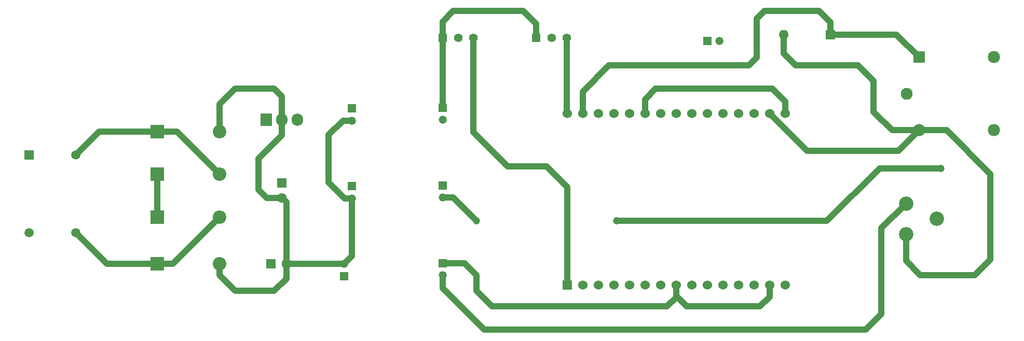
<source format=gbr>
%TF.GenerationSoftware,KiCad,Pcbnew,(6.0.10)*%
%TF.CreationDate,2023-01-19T14:06:35+05:30*%
%TF.ProjectId,KiCad PCB 11 - EE356 PCB 9 (2023-01-19),4b694361-6420-4504-9342-203131202d20,rev?*%
%TF.SameCoordinates,Original*%
%TF.FileFunction,Copper,L1,Top*%
%TF.FilePolarity,Positive*%
%FSLAX46Y46*%
G04 Gerber Fmt 4.6, Leading zero omitted, Abs format (unit mm)*
G04 Created by KiCad (PCBNEW (6.0.10)) date 2023-01-19 14:06:35*
%MOMM*%
%LPD*%
G01*
G04 APERTURE LIST*
%TA.AperFunction,ComponentPad*%
%ADD10R,1.320800X1.320800*%
%TD*%
%TA.AperFunction,ComponentPad*%
%ADD11C,1.320800*%
%TD*%
%TA.AperFunction,ComponentPad*%
%ADD12R,2.200000X2.200000*%
%TD*%
%TA.AperFunction,ComponentPad*%
%ADD13O,2.200000X2.200000*%
%TD*%
%TA.AperFunction,ComponentPad*%
%ADD14R,1.905000X2.000000*%
%TD*%
%TA.AperFunction,ComponentPad*%
%ADD15O,1.905000X2.000000*%
%TD*%
%TA.AperFunction,ComponentPad*%
%ADD16R,1.600000X1.600000*%
%TD*%
%TA.AperFunction,ComponentPad*%
%ADD17O,1.600000X1.600000*%
%TD*%
%TA.AperFunction,ComponentPad*%
%ADD18R,1.408000X1.408000*%
%TD*%
%TA.AperFunction,ComponentPad*%
%ADD19C,1.408000*%
%TD*%
%TA.AperFunction,ComponentPad*%
%ADD20C,2.340000*%
%TD*%
%TA.AperFunction,ComponentPad*%
%ADD21R,1.980000X1.980000*%
%TD*%
%TA.AperFunction,ComponentPad*%
%ADD22C,1.980000*%
%TD*%
%TA.AperFunction,ComponentPad*%
%ADD23C,1.935000*%
%TD*%
%TA.AperFunction,ComponentPad*%
%ADD24C,1.530000*%
%TD*%
%TA.AperFunction,ComponentPad*%
%ADD25R,1.530000X1.530000*%
%TD*%
%TA.AperFunction,ComponentPad*%
%ADD26R,1.520000X1.520000*%
%TD*%
%TA.AperFunction,ComponentPad*%
%ADD27C,1.520000*%
%TD*%
%TA.AperFunction,ComponentPad*%
%ADD28C,1.600000*%
%TD*%
%TA.AperFunction,ViaPad*%
%ADD29C,1.200000*%
%TD*%
%TA.AperFunction,Conductor*%
%ADD30C,1.000000*%
%TD*%
G04 APERTURE END LIST*
D10*
%TO.P,water_pump1,1*%
%TO.N,Net-(K1-PadCOM)*%
X207796000Y-40402000D03*
D11*
%TO.P,water_pump1,2*%
%TO.N,Net-(Pump_pin1-Pad1)*%
X209796000Y-40402000D03*
%TD*%
D10*
%TO.P,Pump_pin1,1*%
%TO.N,Net-(Pump_pin1-Pad1)*%
X164600000Y-64040000D03*
D11*
%TO.P,Pump_pin1,2*%
%TO.N,Net-(K1-PadNO)*%
X164600000Y-66040000D03*
%TD*%
D10*
%TO.P,P1,1*%
%TO.N,Net-(C2-Pad1)*%
X148590000Y-78835000D03*
D11*
%TO.P,P1,2*%
%TO.N,Net-(C1-Pad2)*%
X148590000Y-76835000D03*
%TD*%
D10*
%TO.P,Node_pin1,1*%
%TO.N,/GND*%
X164600000Y-76740000D03*
D11*
%TO.P,Node_pin1,2*%
%TO.N,Net-(Node_pin1-Pad2)*%
X164600000Y-78740000D03*
%TD*%
D12*
%TO.P,D2,1,K*%
%TO.N,Net-(C1-Pad1)*%
X118110000Y-69215000D03*
D13*
%TO.P,D2,2,A*%
%TO.N,Net-(D1-Pad1)*%
X128270000Y-69215000D03*
%TD*%
D10*
%TO.P,P2,1*%
%TO.N,Net-(C2-Pad1)*%
X149860000Y-51435000D03*
D11*
%TO.P,P2,2*%
%TO.N,Net-(C1-Pad2)*%
X149860000Y-53435000D03*
%TD*%
D10*
%TO.P,sensor_pin1,1*%
%TO.N,Net-(Sensor1-Pad1)*%
X164600000Y-51340000D03*
D11*
%TO.P,sensor_pin1,2*%
%TO.N,Net-(Sensor1-Pad2)*%
X164600000Y-53340000D03*
%TD*%
D14*
%TO.P,U1R1,1,IN*%
%TO.N,Net-(C1-Pad1)*%
X135890000Y-53340000D03*
D15*
%TO.P,U1R1,2,GND*%
%TO.N,Net-(C1-Pad2)*%
X138430000Y-53340000D03*
%TO.P,U1R1,3,OUT*%
%TO.N,Net-(C2-Pad1)*%
X140970000Y-53340000D03*
%TD*%
D16*
%TO.P,protection_diode1,1,K*%
%TO.N,/D1*%
X227846000Y-39386000D03*
D17*
%TO.P,protection_diode1,2,A*%
%TO.N,/GND*%
X220226000Y-39386000D03*
%TD*%
D12*
%TO.P,D1,1,K*%
%TO.N,Net-(D1-Pad1)*%
X118110000Y-76835000D03*
D13*
%TO.P,D1,2,A*%
%TO.N,Net-(C1-Pad2)*%
X128270000Y-76835000D03*
%TD*%
D18*
%TO.P,Sensor1,1*%
%TO.N,Net-(Sensor1-Pad1)*%
X179880000Y-39894000D03*
D19*
%TO.P,Sensor1,2*%
%TO.N,Net-(Sensor1-Pad2)*%
X182380000Y-39894000D03*
%TO.P,Sensor1,3*%
%TO.N,/D0*%
X184880000Y-39894000D03*
%TD*%
D12*
%TO.P,D3,1,K*%
%TO.N,Net-(D3-Pad1)*%
X118110000Y-55245000D03*
D13*
%TO.P,D3,2,A*%
%TO.N,Net-(C1-Pad2)*%
X128270000Y-55245000D03*
%TD*%
D20*
%TO.P,pot1,1,1*%
%TO.N,Net-(Node_pin1-Pad2)*%
X240205000Y-67010000D03*
%TO.P,pot1,2,2*%
%TO.N,/Vin*%
X245205000Y-69510000D03*
%TO.P,pot1,3,3*%
%TO.N,/GND*%
X240205000Y-72010000D03*
%TD*%
D21*
%TO.P,K1,A1*%
%TO.N,/D1*%
X242320000Y-43038000D03*
D22*
%TO.P,K1,A2*%
%TO.N,/GND*%
X242320000Y-55038000D03*
D23*
%TO.P,K1,COM*%
%TO.N,Net-(K1-PadCOM)*%
X240320000Y-49038000D03*
D22*
%TO.P,K1,NC*%
%TO.N,unconnected-(K1-PadNC)*%
X254520000Y-43038000D03*
%TO.P,K1,NO*%
%TO.N,Net-(K1-PadNO)*%
X254520000Y-55038000D03*
%TD*%
D18*
%TO.P,Sensor2,1*%
%TO.N,Net-(Sensor1-Pad1)*%
X164640000Y-39894000D03*
D19*
%TO.P,Sensor2,2*%
%TO.N,Net-(Sensor1-Pad2)*%
X167140000Y-39894000D03*
%TO.P,Sensor2,3*%
%TO.N,/A0*%
X169640000Y-39894000D03*
%TD*%
D10*
%TO.P,P3,1*%
%TO.N,Net-(C2-Pad1)*%
X149860000Y-64135000D03*
D11*
%TO.P,P3,2*%
%TO.N,Net-(C1-Pad2)*%
X149860000Y-66135000D03*
%TD*%
D24*
%TO.P,U1,30,D0*%
%TO.N,/D0*%
X184920000Y-52310000D03*
%TO.P,U1,29,D1*%
%TO.N,/D1*%
X187460000Y-52310000D03*
%TO.P,U1,28,D2*%
%TO.N,unconnected-(U1-Pad28)*%
X190000000Y-52310000D03*
%TO.P,U1,27,D3*%
%TO.N,unconnected-(U1-Pad27)*%
X192540000Y-52310000D03*
%TO.P,U1,26,D4*%
%TO.N,unconnected-(U1-Pad26)*%
X195080000Y-52310000D03*
%TO.P,U1,25,3V3*%
%TO.N,Net-(U1-Pad11)*%
X197620000Y-52310000D03*
%TO.P,U1,24,GND*%
%TO.N,/GND*%
X200160000Y-52310000D03*
%TO.P,U1,23,D5*%
%TO.N,unconnected-(U1-Pad23)*%
X202700000Y-52310000D03*
%TO.P,U1,22,D6*%
%TO.N,unconnected-(U1-Pad22)*%
X205240000Y-52310000D03*
%TO.P,U1,21,D7*%
%TO.N,unconnected-(U1-Pad21)*%
X207780000Y-52310000D03*
%TO.P,U1,20,D8*%
%TO.N,unconnected-(U1-Pad20)*%
X210320000Y-52310000D03*
%TO.P,U1,19,D9*%
%TO.N,unconnected-(U1-Pad19)*%
X212860000Y-52310000D03*
%TO.P,U1,18,D10*%
%TO.N,unconnected-(U1-Pad18)*%
X215400000Y-52310000D03*
%TO.P,U1,17,GND*%
%TO.N,/GND*%
X217940000Y-52310000D03*
%TO.P,U1,16,3V3*%
%TO.N,Net-(U1-Pad11)*%
X220480000Y-52310000D03*
%TO.P,U1,15,5V*%
%TO.N,/Vin*%
X220480000Y-80310000D03*
%TO.P,U1,14,GND*%
%TO.N,/GND*%
X217940000Y-80310000D03*
%TO.P,U1,13,RST*%
%TO.N,unconnected-(U1-Pad13)*%
X215400000Y-80310000D03*
%TO.P,U1,12,EN*%
%TO.N,unconnected-(U1-Pad12)*%
X212860000Y-80310000D03*
%TO.P,U1,11,3V3*%
%TO.N,Net-(U1-Pad11)*%
X210320000Y-80310000D03*
%TO.P,U1,10,GND*%
%TO.N,/GND*%
X207780000Y-80310000D03*
%TO.P,U1,9,3V3*%
%TO.N,Net-(U1-Pad11)*%
X205240000Y-80310000D03*
%TO.P,U1,8,GND*%
%TO.N,/GND*%
X202700000Y-80310000D03*
%TO.P,U1,7,RSV*%
%TO.N,unconnected-(U1-Pad7)*%
X200160000Y-80310000D03*
%TO.P,U1,6,RSV*%
%TO.N,unconnected-(U1-Pad6)*%
X197620000Y-80310000D03*
%TO.P,U1,5,RSV*%
%TO.N,unconnected-(U1-Pad5)*%
X195080000Y-80310000D03*
%TO.P,U1,4,RSV*%
%TO.N,unconnected-(U1-Pad4)*%
X192540000Y-80310000D03*
%TO.P,U1,3,RSV*%
%TO.N,unconnected-(U1-Pad3)*%
X190000000Y-80310000D03*
%TO.P,U1,2,RSV*%
%TO.N,unconnected-(U1-Pad2)*%
X187460000Y-80310000D03*
D25*
%TO.P,U1,1,A0*%
%TO.N,/A0*%
X184920000Y-80310000D03*
%TD*%
D12*
%TO.P,D4,1,K*%
%TO.N,Net-(C1-Pad1)*%
X118110000Y-62230000D03*
D13*
%TO.P,D4,2,A*%
%TO.N,Net-(D3-Pad1)*%
X128270000Y-62230000D03*
%TD*%
D26*
%TO.P,T1,1,AA*%
%TO.N,unconnected-(T1-Pad1)*%
X97155000Y-59055000D03*
D27*
%TO.P,T1,3,SA*%
%TO.N,Net-(D3-Pad1)*%
X104775000Y-59055000D03*
%TO.P,T1,4,SB*%
%TO.N,Net-(D1-Pad1)*%
X104775000Y-71755000D03*
%TO.P,T1,6*%
%TO.N,N/C*%
X97155000Y-71755000D03*
%TD*%
D16*
%TO.P,C1,1*%
%TO.N,Net-(C1-Pad1)*%
X136633606Y-76835000D03*
D28*
%TO.P,C1,2*%
%TO.N,Net-(C1-Pad2)*%
X139133606Y-76835000D03*
%TD*%
D16*
%TO.P,C2,1*%
%TO.N,Net-(C2-Pad1)*%
X138430000Y-63593848D03*
D28*
%TO.P,C2,2*%
%TO.N,Net-(C1-Pad2)*%
X138430000Y-66093848D03*
%TD*%
D29*
%TO.N,Net-(K1-PadNO)*%
X170180000Y-69850000D03*
X193040000Y-69850000D03*
X245880000Y-61230000D03*
%TD*%
D30*
%TO.N,Net-(Node_pin1-Pad2)*%
X164600000Y-78740000D02*
X164600000Y-80780000D01*
X233680000Y-87630000D02*
X236220000Y-85090000D01*
X164600000Y-80780000D02*
X171450000Y-87630000D01*
X236220000Y-85090000D02*
X236220000Y-70995000D01*
X171450000Y-87630000D02*
X233680000Y-87630000D01*
X236220000Y-70995000D02*
X240205000Y-67010000D01*
%TO.N,Net-(K1-PadNO)*%
X166370000Y-66040000D02*
X170180000Y-69850000D01*
X235950000Y-61230000D02*
X245880000Y-61230000D01*
X227330000Y-69850000D02*
X235950000Y-61230000D01*
X164600000Y-66040000D02*
X166370000Y-66040000D01*
X193040000Y-69850000D02*
X227330000Y-69850000D01*
%TO.N,/D1*%
X191770000Y-44450000D02*
X214630000Y-44450000D01*
X187460000Y-52310000D02*
X187460000Y-48760000D01*
X227846000Y-37346000D02*
X227846000Y-39386000D01*
X214630000Y-44450000D02*
X215900000Y-43180000D01*
X226060000Y-35560000D02*
X227846000Y-37346000D01*
X215900000Y-36830000D02*
X217170000Y-35560000D01*
X215900000Y-43180000D02*
X215900000Y-36830000D01*
X187460000Y-48760000D02*
X191770000Y-44450000D01*
X227846000Y-39386000D02*
X238668000Y-39386000D01*
X217170000Y-35560000D02*
X226060000Y-35560000D01*
X238668000Y-39386000D02*
X242320000Y-43038000D01*
%TO.N,/GND*%
X202700000Y-82050000D02*
X204470000Y-83820000D01*
X240205000Y-76375000D02*
X240205000Y-72010000D01*
X254000000Y-62230000D02*
X254000000Y-76200000D01*
X216400000Y-83820000D02*
X217940000Y-82280000D01*
X242320000Y-55038000D02*
X246808000Y-55038000D01*
X220226000Y-42426000D02*
X222250000Y-44450000D01*
X217940000Y-82280000D02*
X217940000Y-80310000D01*
X234950000Y-52070000D02*
X237918000Y-55038000D01*
X202700000Y-82315000D02*
X202700000Y-80310000D01*
X222250000Y-44450000D02*
X232410000Y-44450000D01*
X170180000Y-78740000D02*
X170180000Y-81280000D01*
X217940000Y-52310000D02*
X224050000Y-58420000D01*
X202700000Y-80310000D02*
X202700000Y-82050000D01*
X251460000Y-78740000D02*
X242570000Y-78740000D01*
X238938000Y-58420000D02*
X242320000Y-55038000D01*
X170180000Y-81280000D02*
X172720000Y-83820000D01*
X242570000Y-78740000D02*
X240205000Y-76375000D01*
X246808000Y-55038000D02*
X254000000Y-62230000D01*
X164600000Y-76740000D02*
X168180000Y-76740000D01*
X201195000Y-83820000D02*
X202700000Y-82315000D01*
X224050000Y-58420000D02*
X238938000Y-58420000D01*
X237918000Y-55038000D02*
X242320000Y-55038000D01*
X168180000Y-76740000D02*
X170180000Y-78740000D01*
X232410000Y-44450000D02*
X234950000Y-46990000D01*
X254000000Y-76200000D02*
X251460000Y-78740000D01*
X204470000Y-83820000D02*
X216400000Y-83820000D01*
X234950000Y-46990000D02*
X234950000Y-52070000D01*
X220226000Y-39386000D02*
X220226000Y-42426000D01*
X172720000Y-83820000D02*
X201195000Y-83820000D01*
%TO.N,/D0*%
X184880000Y-39894000D02*
X184880000Y-52270000D01*
X184880000Y-52270000D02*
X184920000Y-52310000D01*
%TO.N,/A0*%
X181610000Y-60960000D02*
X184920000Y-64270000D01*
X175260000Y-60960000D02*
X181610000Y-60960000D01*
X169640000Y-39894000D02*
X169640000Y-55340000D01*
X169640000Y-55340000D02*
X175260000Y-60960000D01*
X184920000Y-64270000D02*
X184920000Y-80310000D01*
%TO.N,Net-(U1-Pad11)*%
X199390000Y-48260000D02*
X197620000Y-50030000D01*
X220480000Y-50300000D02*
X218440000Y-48260000D01*
X197620000Y-50030000D02*
X197620000Y-52310000D01*
X218440000Y-48260000D02*
X199390000Y-48260000D01*
X220480000Y-52310000D02*
X220480000Y-50300000D01*
%TO.N,Net-(C1-Pad1)*%
X118110000Y-69215000D02*
X118110000Y-62230000D01*
%TO.N,Net-(C1-Pad2)*%
X128270000Y-50800000D02*
X128270000Y-55245000D01*
X149860000Y-75565000D02*
X149860000Y-66135000D01*
X138430000Y-49530000D02*
X137160000Y-48260000D01*
X134620000Y-59690000D02*
X134620000Y-64770000D01*
X148400000Y-53435000D02*
X149860000Y-53435000D01*
X149860000Y-66135000D02*
X148639200Y-66135000D01*
X148639200Y-66135000D02*
X146050000Y-63545800D01*
X137160000Y-81280000D02*
X139133606Y-79306394D01*
X139133606Y-66797454D02*
X138430000Y-66093848D01*
X135943848Y-66093848D02*
X138430000Y-66093848D01*
X128270000Y-76835000D02*
X128270000Y-78740000D01*
X130810000Y-81280000D02*
X137160000Y-81280000D01*
X146050000Y-55785000D02*
X148400000Y-53435000D01*
X148590000Y-76835000D02*
X149860000Y-75565000D01*
X128270000Y-78740000D02*
X130810000Y-81280000D01*
X138430000Y-55880000D02*
X134620000Y-59690000D01*
X137160000Y-48260000D02*
X130810000Y-48260000D01*
X134620000Y-64770000D02*
X135943848Y-66093848D01*
X146050000Y-63545800D02*
X146050000Y-55785000D01*
X130810000Y-48260000D02*
X128270000Y-50800000D01*
X148590000Y-76835000D02*
X139133606Y-76835000D01*
X138430000Y-53340000D02*
X138430000Y-55880000D01*
X139133606Y-79306394D02*
X139133606Y-76835000D01*
X139133606Y-76835000D02*
X139133606Y-66797454D01*
X138430000Y-53340000D02*
X138430000Y-49530000D01*
%TO.N,Net-(D1-Pad1)*%
X120650000Y-76835000D02*
X128270000Y-69215000D01*
X118110000Y-76835000D02*
X109855000Y-76835000D01*
X109855000Y-76835000D02*
X104775000Y-71755000D01*
X118110000Y-76835000D02*
X120650000Y-76835000D01*
%TO.N,Net-(D3-Pad1)*%
X121285000Y-55245000D02*
X128270000Y-62230000D01*
X108585000Y-55245000D02*
X104775000Y-59055000D01*
X118110000Y-55245000D02*
X108585000Y-55245000D01*
X118110000Y-55245000D02*
X121285000Y-55245000D01*
%TO.N,Net-(Sensor1-Pad1)*%
X164640000Y-51300000D02*
X164600000Y-51340000D01*
X164640000Y-37290000D02*
X166370000Y-35560000D01*
X164640000Y-39894000D02*
X164640000Y-37290000D01*
X166370000Y-35560000D02*
X177800000Y-35560000D01*
X179880000Y-37640000D02*
X179880000Y-39894000D01*
X164640000Y-39894000D02*
X164640000Y-51300000D01*
X177800000Y-35560000D02*
X179880000Y-37640000D01*
%TD*%
M02*

</source>
